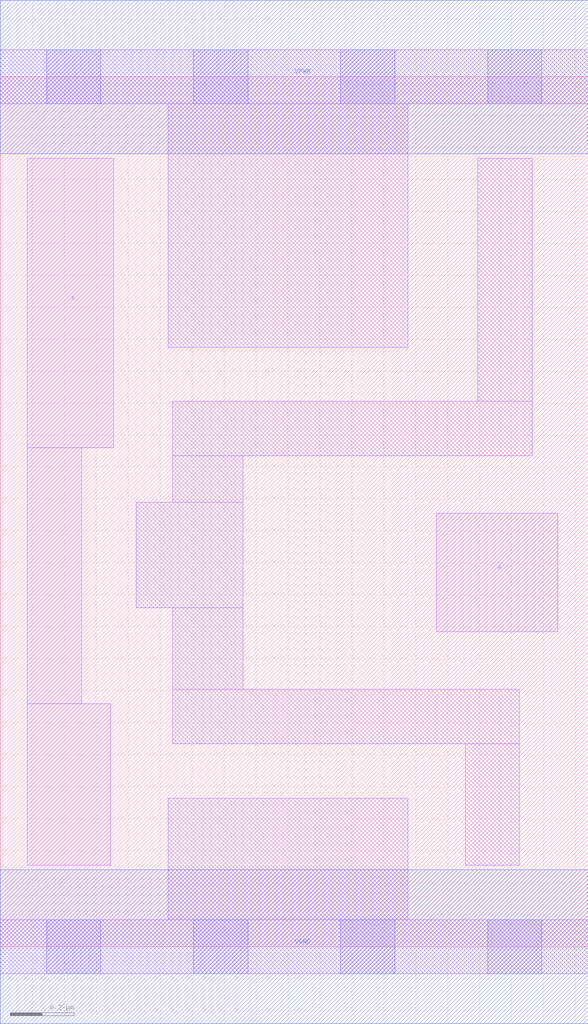
<source format=lef>
# Copyright 2020 The SkyWater PDK Authors
#
# Licensed under the Apache License, Version 2.0 (the "License");
# you may not use this file except in compliance with the License.
# You may obtain a copy of the License at
#
#     https://www.apache.org/licenses/LICENSE-2.0
#
# Unless required by applicable law or agreed to in writing, software
# distributed under the License is distributed on an "AS IS" BASIS,
# WITHOUT WARRANTIES OR CONDITIONS OF ANY KIND, either express or implied.
# See the License for the specific language governing permissions and
# limitations under the License.
#
# SPDX-License-Identifier: Apache-2.0

VERSION 5.7 ;
  NAMESCASESENSITIVE ON ;
  NOWIREEXTENSIONATPIN ON ;
  DIVIDERCHAR "/" ;
  BUSBITCHARS "[]" ;
UNITS
  DATABASE MICRONS 200 ;
END UNITS
PROPERTYDEFINITIONS
  MACRO maskLayoutSubType STRING ;
  MACRO prCellType STRING ;
  MACRO originalViewName STRING ;
END PROPERTYDEFINITIONS
MACRO sky130_fd_sc_hdll__clkbuf_1
  CLASS CORE ;
  FOREIGN sky130_fd_sc_hdll__clkbuf_1 ;
  ORIGIN  0.000000  0.000000 ;
  SIZE  1.840000 BY  2.720000 ;
  SYMMETRY X Y R90 ;
  SITE unithd ;
  PIN A
    ANTENNAGATEAREA  0.220200 ;
    DIRECTION INPUT ;
    USE SIGNAL ;
    PORT
      LAYER li1 ;
        RECT 1.365000 0.985000 1.745000 1.355000 ;
    END
  END A
  PIN X
    ANTENNADIFFAREA  0.374500 ;
    DIRECTION OUTPUT ;
    USE SIGNAL ;
    PORT
      LAYER li1 ;
        RECT 0.085000 0.255000 0.345000 0.760000 ;
        RECT 0.085000 0.760000 0.255000 1.560000 ;
        RECT 0.085000 1.560000 0.355000 2.465000 ;
    END
  END X
  PIN VGND
    DIRECTION INOUT ;
    USE GROUND ;
    PORT
      LAYER met1 ;
        RECT 0.000000 -0.240000 1.840000 0.240000 ;
    END
  END VGND
  PIN VPWR
    DIRECTION INOUT ;
    USE POWER ;
    PORT
      LAYER met1 ;
        RECT 0.000000 2.480000 1.840000 2.960000 ;
    END
  END VPWR
  OBS
    LAYER li1 ;
      RECT 0.000000 -0.085000 1.840000 0.085000 ;
      RECT 0.000000  2.635000 1.840000 2.805000 ;
      RECT 0.425000  1.060000 0.760000 1.390000 ;
      RECT 0.525000  0.085000 1.275000 0.465000 ;
      RECT 0.525000  1.875000 1.275000 2.635000 ;
      RECT 0.540000  0.635000 1.625000 0.805000 ;
      RECT 0.540000  0.805000 0.760000 1.060000 ;
      RECT 0.540000  1.390000 0.760000 1.535000 ;
      RECT 0.540000  1.535000 1.665000 1.705000 ;
      RECT 1.455000  0.255000 1.625000 0.635000 ;
      RECT 1.495000  1.705000 1.665000 2.465000 ;
    LAYER mcon ;
      RECT 0.145000 -0.085000 0.315000 0.085000 ;
      RECT 0.145000  2.635000 0.315000 2.805000 ;
      RECT 0.605000 -0.085000 0.775000 0.085000 ;
      RECT 0.605000  2.635000 0.775000 2.805000 ;
      RECT 1.065000 -0.085000 1.235000 0.085000 ;
      RECT 1.065000  2.635000 1.235000 2.805000 ;
      RECT 1.525000 -0.085000 1.695000 0.085000 ;
      RECT 1.525000  2.635000 1.695000 2.805000 ;
  END
  PROPERTY maskLayoutSubType "abstract" ;
  PROPERTY prCellType "standard" ;
  PROPERTY originalViewName "layout" ;
END sky130_fd_sc_hdll__clkbuf_1

</source>
